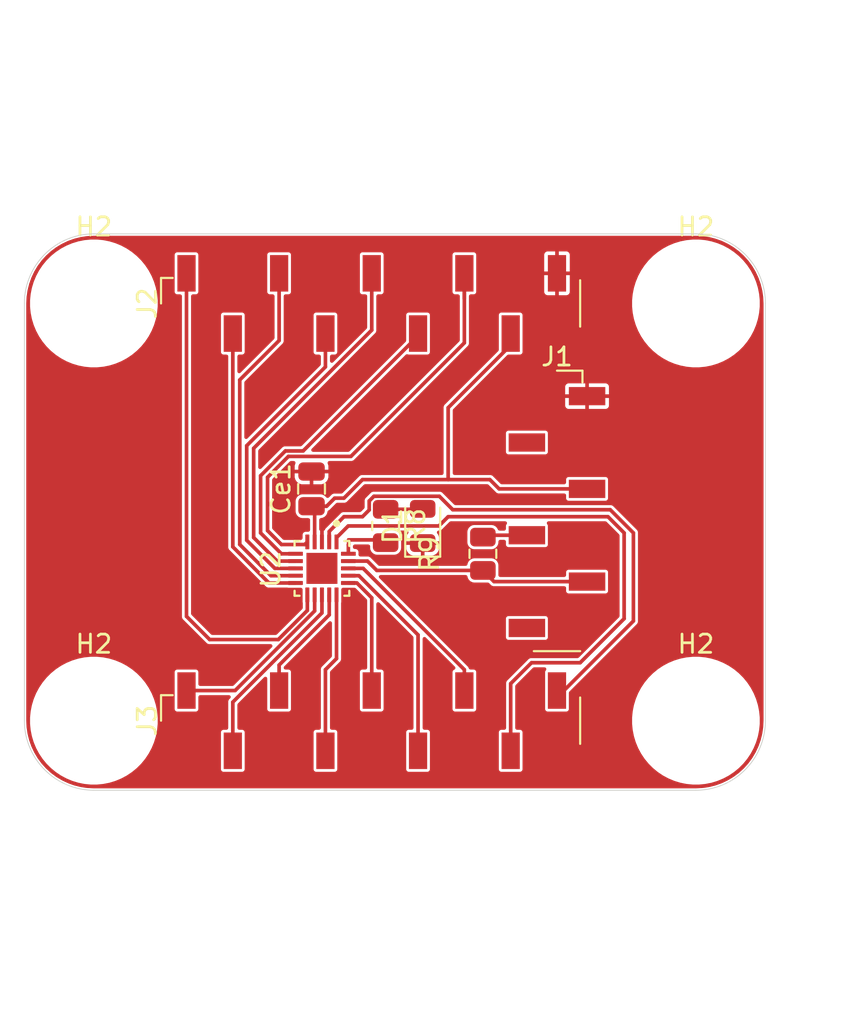
<source format=kicad_pcb>
(kicad_pcb (version 20241229) (generator "pcbnew") (generator_version "9.0")
  (layers (0 "F.Cu" signal) (2 "B.Cu" signal) (13 "F.Paste" user) (15 "B.Paste" user) (5 "F.SilkS" user "F.Silkscreen") (7 "B.SilkS" user "B.Silkscreen") (1 "F.Mask" user) (3 "B.Mask" user) (25 "Edge.Cuts" user))
  (net 0 "")
  (net 1 "Net-(D1-A)")
  (net 3 "PWR_GND")
  (net 4 "/CTS")
  (net 5 "PWR_5V")
  (net 6 "Net-(U2-PA1)")
  (net 7 "/RTS")
  (net 8 "/TX")
  (net 9 "/RX")
  (net 10 "/PA3")
  (net 11 "/PA2")
  (net 12 "/PC2")
  (net 13 "/PC1")
  (net 14 "/PC3")
  (net 15 "/PC0")
  (net 16 "/PB2")
  (net 17 "/PA5")
  (net 18 "/PB1")
  (net 19 "/PA6")
  (net 20 "/PB3")
  (net 21 "/PA4")
  (net 22 "/PB5")
  (net 23 "/PA7")
  (net 24 "/PB4")
  (net 25 "/PB0")
  (footprint "footprints:MountingHole_3.2mm_M3" (layer "F.Cu") (at 142.24 101.6)
    (property "Reference" "H2" (at 0 -4.2 0) (layer "F.SilkS"))
    (property "Value" "MountingHole")
    (pad "" np_thru_hole circle (at 0 0) (size 3.2 3.2) (drill 3.2) (layers "*.Cu" "*.Mask") (clearance 1.9))
  )
  (footprint "footprints:MountingHole_3.2mm_M3" (layer "F.Cu") (at 109.22 78.74)
    (property "Reference" "H2" (at 0 -4.2 0) (layer "F.SilkS"))
    (property "Value" "MountingHole")
    (pad "" np_thru_hole circle (at 0 0) (size 3.2 3.2) (drill 3.2) (layers "*.Cu" "*.Mask") (clearance 1.9))
  )
  (footprint "footprints:MountingHole_3.2mm_M3" (layer "F.Cu") (at 142.24 78.74)
    (property "Reference" "H2" (at 0 -4.2 0) (layer "F.SilkS"))
    (property "Value" "MountingHole")
    (pad "" np_thru_hole circle (at 0 0) (size 3.2 3.2) (drill 3.2) (layers "*.Cu" "*.Mask") (clearance 1.9))
  )
  (footprint "fab:PinSocket_01x06_P2.54mm_Vertical_SMD" (layer "F.Cu") (at 134.62 88.9)
    (property "Reference" "J1" (at 0 -7.239 180) (layer "F.SilkS"))
    (property "Value" "PinHeader_01x06_P2.54mm_Horizontal_SMD")
    (fp_line (start -1.27 8.89) (end 1.27 8.89) (stroke (width 0.12)) (layer "F.SilkS"))
    (fp_line (start 1.397 -6.477) (end 0 -6.477) (stroke (width 0.12)) (layer "F.SilkS"))
    (fp_line (start 1.397 -5.842) (end 1.397 -6.477) (stroke (width 0.12)) (layer "F.SilkS"))
    (pad "1" smd rect (at 1.65 -5.08) (size 2 1) (layers "F.Cu" "F.Mask" "F.Paste") (net 3 "PWR_GND"))
    (pad "2" smd rect (at -1.65 -2.54) (size 2 1) (layers "F.Cu" "F.Mask" "F.Paste") (net 4 "/CTS"))
    (pad "3" smd rect (at 1.65 0) (size 2 1) (layers "F.Cu" "F.Mask" "F.Paste") (net 5 "PWR_5V"))
    (pad "4" smd rect (at -1.65 2.54) (size 2 1) (layers "F.Cu" "F.Mask" "F.Paste") (net 8 "/TX"))
    (pad "5" smd rect (at 1.65 5.08) (size 2 1) (layers "F.Cu" "F.Mask" "F.Paste") (net 9 "/RX"))
    (pad "6" smd rect (at -1.65 7.62) (size 2 1) (layers "F.Cu" "F.Mask" "F.Paste") (net 7 "/RTS"))
  )
  (footprint "Capacitor_SMD:C_0805_2012Metric" (layer "F.Cu") (at 121.158 88.9 90)
    (property "Reference" "Ce1" (at 0 -1.68 90) (layer "F.SilkS"))
    (property "Value" "C_1206")
    (fp_line (start -0.261252 -0.735) (end 0.261252 -0.735) (stroke (width 0.12)) (layer "F.SilkS"))
    (fp_line (start -0.261252 0.735) (end 0.261252 0.735) (stroke (width 0.12)) (layer "F.SilkS"))
    (pad "1" smd roundrect (at -0.95 0 90) (size 1 1.45) (layers "F.Cu" "F.Mask" "F.Paste") (net 5 "PWR_5V"))
    (pad "2" smd roundrect (at 0.95 0 90) (size 1 1.45) (layers "F.Cu" "F.Mask" "F.Paste") (net 3 "PWR_GND"))
  )
  (footprint "Diode_SMD:D_0805_2012Metric" (layer "F.Cu") (at 127.254 90.932 90)
    (property "Reference" "D1" (at 0 -1.65 90) (layer "F.SilkS"))
    (property "Value" "LED_1206")
    (fp_line (start 1 -0.96) (end -1.685 -0.96) (stroke (width 0.12)) (layer "F.SilkS"))
    (fp_line (start -1.685 -0.96) (end -1.685 0.96) (stroke (width 0.12)) (layer "F.SilkS"))
    (fp_line (start -1.685 0.96) (end 1 0.96) (stroke (width 0.12)) (layer "F.SilkS"))
    (pad "1" smd roundrect (at -0.9375 0 90) (size 0.975 1.4) (layers "F.Cu" "F.Mask" "F.Paste") (net 3 "PWR_GND"))
    (pad "2" smd roundrect (at 0.9375 0 90) (size 0.975 1.4) (layers "F.Cu" "F.Mask" "F.Paste") (net 1 "Net-(D1-A)"))
  )
  (footprint "footprints:QFN40P300X300X90-21N" (layer "F.Cu") (at 121.728 93.256 -90)
    (property "Reference" "U2" (at 0.05 2.8 90) (layer "F.SilkS"))
    (property "Value" "ATTINY1626-MU")
    (fp_line (start -1.5 1.5) (end -1.23 1.5) (stroke (width 0.127)) (layer "F.SilkS"))
    (fp_line (start -1.5 1.5) (end -1.5 1.23) (stroke (width 0.127)) (layer "F.SilkS"))
    (fp_line (start 1.5 1.5) (end 1.23 1.5) (stroke (width 0.127)) (layer "F.SilkS"))
    (fp_line (start 1.5 1.5) (end 1.5 1.23) (stroke (width 0.127)) (layer "F.SilkS"))
    (fp_line (start -1.5 -1.5) (end -1.5 -1.23) (stroke (width 0.127)) (layer "F.SilkS"))
    (fp_line (start -1.5 -1.5) (end -1.23 -1.5) (stroke (width 0.127)) (layer "F.SilkS"))
    (fp_line (start 1.5 -1.5) (end 1.5 -1.23) (stroke (width 0.127)) (layer "F.SilkS"))
    (fp_line (start 1.5 -1.5) (end 1.23 -1.5) (stroke (width 0.127)) (layer "F.SilkS"))
    (fp_circle (center -2.46 -0.8) (end -2.36 -0.8) (stroke (width 0.2)) (fill no) (layer "F.SilkS"))
    (pad "1" smd roundrect (at -1.45 -0.8 270) (size 0.81 0.22) (layers "F.Cu" "F.Mask" "F.Paste") (roundrect_rratio 0.125) (net 11 "/PA2"))
    (pad "2" smd roundrect (at -1.45 -0.4 270) (size 0.81 0.22) (layers "F.Cu" "F.Mask" "F.Paste") (roundrect_rratio 0.125) (net 10 "/PA3"))
    (pad "3" smd roundrect (at -1.45 0 270) (size 0.81 0.22) (layers "F.Cu" "F.Mask" "F.Paste") (roundrect_rratio 0.125) (net 3 "PWR_GND"))
    (pad "4" smd roundrect (at -1.45 0.4 270) (size 0.81 0.22) (layers "F.Cu" "F.Mask" "F.Paste") (roundrect_rratio 0.125) (net 5 "PWR_5V"))
    (pad "5" smd roundrect (at -1.45 0.8 270) (size 0.81 0.22) (layers "F.Cu" "F.Mask" "F.Paste") (roundrect_rratio 0.125) (net 21 "/PA4"))
    (pad "6" smd roundrect (at -0.8 1.45 270) (size 0.22 0.81) (layers "F.Cu" "F.Mask" "F.Paste") (roundrect_rratio 0.125) (net 17 "/PA5"))
    (pad "7" smd roundrect (at -0.4 1.45 270) (size 0.22 0.81) (layers "F.Cu" "F.Mask" "F.Paste") (roundrect_rratio 0.125) (net 19 "/PA6"))
    (pad "8" smd roundrect (at 0 1.45 270) (size 0.22 0.81) (layers "F.Cu" "F.Mask" "F.Paste") (roundrect_rratio 0.125) (net 23 "/PA7"))
    (pad "9" smd roundrect (at 0.4 1.45 270) (size 0.22 0.81) (layers "F.Cu" "F.Mask" "F.Paste") (roundrect_rratio 0.125) (net 22 "/PB5"))
    (pad "10" smd roundrect (at 0.8 1.45 270) (size 0.22 0.81) (layers "F.Cu" "F.Mask" "F.Paste") (roundrect_rratio 0.125) (net 24 "/PB4"))
    (pad "11" smd roundrect (at 1.45 0.8 270) (size 0.81 0.22) (layers "F.Cu" "F.Mask" "F.Paste") (roundrect_rratio 0.125) (net 20 "/PB3"))
    (pad "12" smd roundrect (at 1.45 0.4 270) (size 0.81 0.22) (layers "F.Cu" "F.Mask" "F.Paste") (roundrect_rratio 0.125) (net 16 "/PB2"))
    (pad "13" smd roundrect (at 1.45 0 270) (size 0.81 0.22) (layers "F.Cu" "F.Mask" "F.Paste") (roundrect_rratio 0.125) (net 18 "/PB1"))
    (pad "14" smd roundrect (at 1.45 -0.4 270) (size 0.81 0.22) (layers "F.Cu" "F.Mask" "F.Paste") (roundrect_rratio 0.125) (net 25 "/PB0"))
    (pad "15" smd roundrect (at 1.45 -0.8 270) (size 0.81 0.22) (layers "F.Cu" "F.Mask" "F.Paste") (roundrect_rratio 0.125) (net 15 "/PC0"))
    (pad "16" smd roundrect (at 0.8 -1.45 270) (size 0.22 0.81) (layers "F.Cu" "F.Mask" "F.Paste") (roundrect_rratio 0.125) (net 13 "/PC1"))
    (pad "17" smd roundrect (at 0.4 -1.45 270) (size 0.22 0.81) (layers "F.Cu" "F.Mask" "F.Paste") (roundrect_rratio 0.125) (net 12 "/PC2"))
    (pad "18" smd roundrect (at 0 -1.45 270) (size 0.22 0.81) (layers "F.Cu" "F.Mask" "F.Paste") (roundrect_rratio 0.125) (net 14 "/PC3"))
    (pad "19" smd roundrect (at -0.4 -1.45 270) (size 0.22 0.81) (layers "F.Cu" "F.Mask" "F.Paste") (roundrect_rratio 0.125) (net 9 "/RX"))
    (pad "20" smd roundrect (at -0.8 -1.45 270) (size 0.22 0.81) (layers "F.Cu" "F.Mask" "F.Paste") (roundrect_rratio 0.125) (net 6 "Net-(U2-PA1)"))
    (pad "21" smd rect (at 0 0 270) (size 1.7 1.7) (layers "F.Cu" "F.Mask"))
  )
  (footprint "Resistor_SMD:R_0805_2012Metric" (layer "F.Cu") (at 130.556 92.456 90)
    (property "Reference" "R9" (at 0 -2.932 90) (layer "F.SilkS"))
    (property "Value" "4.7k")
    (fp_line (start -0.227064 -0.735) (end 0.227064 -0.735) (stroke (width 0.12)) (layer "F.SilkS"))
    (fp_line (start -0.227064 0.735) (end 0.227064 0.735) (stroke (width 0.12)) (layer "F.SilkS"))
    (pad "1" smd roundrect (at -0.9125 0 90) (size 1.025 1.4) (layers "F.Cu" "F.Mask" "F.Paste") (roundrect_rratio 0.243902) (net 9 "/RX"))
    (pad "2" smd roundrect (at 0.9125 0 90) (size 1.025 1.4) (layers "F.Cu" "F.Mask" "F.Paste") (roundrect_rratio 0.243902) (net 8 "/TX"))
  )
  (footprint "fab:PinSocket_01x09_P2.54mm_Vertical_SMD" (layer "F.Cu") (at 119.38 101.6 90)
    (property "Reference" "J3" (at 0 -7.239 90) (layer "F.SilkS"))
    (property "Value" "PinHeader_01x09_P2.54mm_Horizontal_SMD")
    (fp_line (start 1.397 -6.477) (end 0 -6.477) (stroke (width 0.12)) (layer "F.SilkS"))
    (fp_line (start 1.397 -5.842) (end 1.397 -6.477) (stroke (width 0.12)) (layer "F.SilkS"))
    (fp_line (start -1.27 16.51) (end 1.27 16.51) (stroke (width 0.12)) (layer "F.SilkS"))
    (pad "1" smd rect (at 1.65 -5.08 90) (size 2 1) (layers "F.Cu" "F.Mask" "F.Paste") (net 16 "/PB2"))
    (pad "2" smd rect (at -1.65 -2.54 90) (size 2 1) (layers "F.Cu" "F.Mask" "F.Paste") (net 18 "/PB1"))
    (pad "3" smd rect (at 1.65 0 90) (size 2 1) (layers "F.Cu" "F.Mask" "F.Paste") (net 25 "/PB0"))
    (pad "4" smd rect (at -1.65 2.54 90) (size 2 1) (layers "F.Cu" "F.Mask" "F.Paste") (net 15 "/PC0"))
    (pad "5" smd rect (at 1.65 5.08 90) (size 2 1) (layers "F.Cu" "F.Mask" "F.Paste") (net 13 "/PC1"))
    (pad "6" smd rect (at -1.65 7.62 90) (size 2 1) (layers "F.Cu" "F.Mask" "F.Paste") (net 12 "/PC2"))
    (pad "7" smd rect (at 1.65 10.16 90) (size 2 1) (layers "F.Cu" "F.Mask" "F.Paste") (net 14 "/PC3"))
    (pad "8" smd rect (at -1.65 12.7 90) (size 2 1) (layers "F.Cu" "F.Mask" "F.Paste") (net 11 "/PA2"))
    (pad "9" smd rect (at 1.65 15.24 90) (size 2 1) (layers "F.Cu" "F.Mask" "F.Paste") (net 10 "/PA3"))
  )
  (footprint "Resistor_SMD:R_0805_2012Metric" (layer "F.Cu") (at 125.222 90.932 -90)
    (property "Reference" "R8" (at 0 -1.65 90) (layer "F.SilkS"))
    (property "Value" "10k")
    (fp_line (start -0.227064 0.735) (end 0.227064 0.735) (stroke (width 0.12)) (layer "F.SilkS"))
    (fp_line (start -0.227064 -0.735) (end 0.227064 -0.735) (stroke (width 0.12)) (layer "F.SilkS"))
    (pad "1" smd roundrect (at -0.9125 0 270) (size 1.025 1.4) (layers "F.Cu" "F.Mask" "F.Paste") (roundrect_rratio 0.243902) (net 1 "Net-(D1-A)"))
    (pad "2" smd roundrect (at 0.9125 0 270) (size 1.025 1.4) (layers "F.Cu" "F.Mask" "F.Paste") (roundrect_rratio 0.243902) (net 6 "Net-(U2-PA1)"))
  )
  (footprint "footprints:MountingHole_3.2mm_M3" (layer "F.Cu") (at 109.22 101.6)
    (property "Reference" "H2" (at 0 -4.2 0) (layer "F.SilkS"))
    (property "Value" "MountingHole")
    (pad "" np_thru_hole circle (at 0 0) (size 3.2 3.2) (drill 3.2) (layers "*.Cu" "*.Mask") (clearance 1.9))
  )
  (footprint "fab:PinSocket_01x09_P2.54mm_Vertical_SMD" (layer "F.Cu") (at 119.38 78.74 90)
    (property "Reference" "J2" (at 0 -7.239 90) (layer "F.SilkS"))
    (property "Value" "PinHeader_01x09_P2.54mm_Horizontal_SMD")
    (fp_line (start 1.397 -6.477) (end 0 -6.477) (stroke (width 0.12)) (layer "F.SilkS"))
    (fp_line (start 1.397 -5.842) (end 1.397 -6.477) (stroke (width 0.12)) (layer "F.SilkS"))
    (fp_line (start -1.27 16.51) (end 1.27 16.51) (stroke (width 0.12)) (layer "F.SilkS"))
    (pad "1" smd rect (at 1.65 -5.08 90) (size 2 1) (layers "F.Cu" "F.Mask" "F.Paste") (net 20 "/PB3"))
    (pad "2" smd rect (at -1.65 -2.54 90) (size 2 1) (layers "F.Cu" "F.Mask" "F.Paste") (net 24 "/PB4"))
    (pad "3" smd rect (at 1.65 0 90) (size 2 1) (layers "F.Cu" "F.Mask" "F.Paste") (net 22 "/PB5"))
    (pad "4" smd rect (at -1.65 2.54 90) (size 2 1) (layers "F.Cu" "F.Mask" "F.Paste") (net 23 "/PA7"))
    (pad "5" smd rect (at 1.65 5.08 90) (size 2 1) (layers "F.Cu" "F.Mask" "F.Paste") (net 19 "/PA6"))
    (pad "6" smd rect (at -1.65 7.62 90) (size 2 1) (layers "F.Cu" "F.Mask" "F.Paste") (net 17 "/PA5"))
    (pad "7" smd rect (at 1.65 10.16 90) (size 2 1) (layers "F.Cu" "F.Mask" "F.Paste") (net 21 "/PA4"))
    (pad "8" smd rect (at -1.65 12.7 90) (size 2 1) (layers "F.Cu" "F.Mask" "F.Paste") (net 5 "PWR_5V"))
    (pad "9" smd rect (at 1.65 15.24 90) (size 2 1) (layers "F.Cu" "F.Mask" "F.Paste") (net 3 "PWR_GND"))
  )
  (gr_arc (start 146.05 101.6) (mid 144.934077 104.294077) (end 142.24 105.41) (stroke (width 0.05)) (layer "Edge.Cuts"))
  (gr_arc (start 109.22 105.41) (mid 106.525923 104.294077) (end 105.41 101.6) (stroke (width 0.05)) (layer "Edge.Cuts"))
  (gr_line (start 105.41 78.74) (end 105.41 101.6) (stroke (width 0.05)) (layer "Edge.Cuts"))
  (gr_line (start 142.24 105.41) (end 109.22 105.41) (stroke (width 0.05)) (layer "Edge.Cuts"))
  (gr_arc (start 142.24 74.93) (mid 144.934077 76.045923) (end 146.05 78.74) (stroke (width 0.05)) (layer "Edge.Cuts"))
  (gr_arc (start 105.41 78.74) (mid 106.525923 76.045923) (end 109.22 74.93) (stroke (width 0.05)) (layer "Edge.Cuts"))
  (gr_line (start 146.05 101.6) (end 146.05 78.74) (stroke (width 0.05)) (layer "Edge.Cuts"))
  (gr_line (start 109.22 74.93) (end 142.24 74.93) (stroke (width 0.05)) (layer "Edge.Cuts"))
  (segment (start 125.222 90.0195) (end 127.229 90.0195) (width 0.2) (layer "F.Cu") (net 1))
  (segment (start 127.229 90.0195) (end 127.254 89.9945) (width 0.2) (layer "F.Cu") (net 1))
  (segment (start 121.158 89.85) (end 121.328 90.02) (width 0.2) (layer "F.Cu") (net 5))
  (segment (start 128.651 88.392) (end 123.952 88.392) (width 0.2) (layer "F.Cu") (net 5))
  (segment (start 123.952 88.392) (end 122.936 89.408) (width 0.2) (layer "F.Cu") (net 5))
  (segment (start 132.08 79.5) (end 132.08 81.026) (width 0.2) (layer "F.Cu") (net 5))
  (segment (start 122.428 89.408) (end 121.986 89.85) (width 0.2) (layer "F.Cu") (net 5))
  (segment (start 128.651 88.392) (end 130.937 88.392) (width 0.2) (layer "F.Cu") (net 5))
  (segment (start 122.936 89.408) (end 122.428 89.408) (width 0.2) (layer "F.Cu") (net 5))
  (segment (start 128.651 84.455) (end 128.651 88.392) (width 0.2) (layer "F.Cu") (net 5))
  (segment (start 132.08 81.026) (end 128.651 84.455) (width 0.2) (layer "F.Cu") (net 5))
  (segment (start 121.986 89.85) (end 121.158 89.85) (width 0.2) (layer "F.Cu") (net 5))
  (segment (start 121.328 90.02) (end 121.328 91.806) (width 0.2) (layer "F.Cu") (net 5))
  (segment (start 130.937 88.392) (end 131.445 88.9) (width 0.2) (layer "F.Cu") (net 5))
  (segment (start 131.445 88.9) (end 136.27 88.9) (width 0.2) (layer "F.Cu") (net 5))
  (segment (start 123.19 91.948) (end 123.19 91.694) (width 0.2) (layer "F.Cu") (net 6))
  (segment (start 123.19 91.694) (end 125.0715 91.694) (width 0.2) (layer "F.Cu") (net 6))
  (segment (start 123.178 92.456) (end 123.178 91.96) (width 0.2) (layer "F.Cu") (net 6))
  (segment (start 123.178 91.96) (end 123.19 91.948) (width 0.2) (layer "F.Cu") (net 6))
  (segment (start 125.0715 91.694) (end 125.222 91.8445) (width 0.2) (layer "F.Cu") (net 6))
  (segment (start 132.97 91.44) (end 130.6595 91.44) (width 0.2) (layer "F.Cu") (net 8))
  (segment (start 130.6595 91.44) (end 130.556 91.5435) (width 0.2) (layer "F.Cu") (net 8))
  (segment (start 130.556 93.3685) (end 124.7375 93.3685) (width 0.2) (layer "F.Cu") (net 9))
  (segment (start 136.27 93.98) (end 131.1675 93.98) (width 0.2) (layer "F.Cu") (net 9))
  (segment (start 124.7375 93.3685) (end 124.225 92.856) (width 0.2) (layer "F.Cu") (net 9))
  (segment (start 124.225 92.856) (end 123.178 92.856) (width 0.2) (layer "F.Cu") (net 9))
  (segment (start 131.1675 93.98) (end 130.556 93.3685) (width 0.2) (layer "F.Cu") (net 9))
  (segment (start 124.321 89.563262) (end 124.578262 89.306) (width 0.2) (layer "F.Cu") (net 10))
  (segment (start 122.128 91.806) (end 122.128 91.232) (width 0.2) (layer "F.Cu") (net 10))
  (segment (start 138.811 96.139) (end 134.62 100.33) (width 0.2) (layer "F.Cu") (net 10))
  (segment (start 122.128 91.232) (end 122.936 90.424) (width 0.2) (layer "F.Cu") (net 10))
  (segment (start 128.168 89.306) (end 128.905 90.043) (width 0.2) (layer "F.Cu") (net 10))
  (segment (start 124.578262 89.306) (end 128.168 89.306) (width 0.2) (layer "F.Cu") (net 10))
  (segment (start 124.321 90.055) (end 124.321 89.563262) (width 0.2) (layer "F.Cu") (net 10))
  (segment (start 138.811 91.313) (end 138.811 96.139) (width 0.2) (layer "F.Cu") (net 10))
  (segment (start 122.936 90.424) (end 123.952 90.424) (width 0.2) (layer "F.Cu") (net 10))
  (segment (start 123.952 90.424) (end 124.321 90.055) (width 0.2) (layer "F.Cu") (net 10))
  (segment (start 128.905 90.043) (end 137.541 90.043) (width 0.2) (layer "F.Cu") (net 10))
  (segment (start 137.541 90.043) (end 138.811 91.313) (width 0.2) (layer "F.Cu") (net 10))
  (segment (start 128.651 90.424) (end 137.414 90.424) (width 0.2) (layer "F.Cu") (net 11))
  (segment (start 122.528 91.573) (end 123.169 90.932) (width 0.2) (layer "F.Cu") (net 11))
  (segment (start 138.303 96.012) (end 135.89 98.425) (width 0.2) (layer "F.Cu") (net 11))
  (segment (start 123.169 90.932) (end 128.143 90.932) (width 0.2) (layer "F.Cu") (net 11))
  (segment (start 135.89 98.425) (end 133.223 98.425) (width 0.2) (layer "F.Cu") (net 11))
  (segment (start 138.303 91.313) (end 138.303 96.012) (width 0.2) (layer "F.Cu") (net 11))
  (segment (start 132.08 99.568) (end 132.08 103.63) (width 0.2) (layer "F.Cu") (net 11))
  (segment (start 133.223 98.425) (end 132.08 99.568) (width 0.2) (layer "F.Cu") (net 11))
  (segment (start 137.414 90.424) (end 138.303 91.313) (width 0.2) (layer "F.Cu") (net 11))
  (segment (start 128.143 90.932) (end 128.651 90.424) (width 0.2) (layer "F.Cu") (net 11))
  (segment (start 122.528 91.806) (end 122.528 91.573) (width 0.2) (layer "F.Cu") (net 11))
  (segment (start 127 96.901) (end 123.755 93.656) (width 0.2) (layer "F.Cu") (net 12))
  (segment (start 123.755 93.656) (end 123.178 93.656) (width 0.2) (layer "F.Cu") (net 12))
  (segment (start 127 103.25) (end 127 96.901) (width 0.2) (layer "F.Cu") (net 12))
  (segment (start 123.178 94.056) (end 123.647 94.056) (width 0.2) (layer "F.Cu") (net 13))
  (segment (start 123.647 94.056) (end 124.46 94.869) (width 0.2) (layer "F.Cu") (net 13))
  (segment (start 124.46 94.869) (end 124.46 99.95) (width 0.2) (layer "F.Cu") (net 13))
  (segment (start 123.99 93.256) (end 123.178 93.256) (width 0.2) (layer "F.Cu") (net 14))
  (segment (start 129.54 98.806) (end 123.99 93.256) (width 0.2) (layer "F.Cu") (net 14))
  (segment (start 129.54 100.33) (end 129.54 98.806) (width 0.2) (layer "F.Cu") (net 14))
  (segment (start 122.528 98.198) (end 121.92 98.806) (width 0.2) (layer "F.Cu") (net 15))
  (segment (start 121.92 98.806) (end 121.92 103.25) (width 0.2) (layer "F.Cu") (net 15))
  (segment (start 122.528 94.706) (end 122.528 98.198) (width 0.2) (layer "F.Cu") (net 15))
  (segment (start 121.328 95.588) (end 116.966 99.95) (width 0.2) (layer "F.Cu") (net 16))
  (segment (start 121.328 94.706) (end 121.328 95.588) (width 0.2) (layer "F.Cu") (net 16))
  (segment (start 116.966 99.95) (end 114.3 99.95) (width 0.2) (layer "F.Cu") (net 16))
  (segment (start 120.278 92.456) (end 119.507 92.456) (width 0.2) (layer "F.Cu") (net 17))
  (segment (start 119.722161 86.821) (end 120.697 86.821) (width 0.2) (layer "F.Cu") (net 17))
  (segment (start 118.364 88.179161) (end 119.722161 86.821) (width 0.2) (layer "F.Cu") (net 17))
  (segment (start 119.507 92.456) (end 118.364 91.313) (width 0.2) (layer "F.Cu") (net 17))
  (segment (start 127 80.518) (end 120.697 86.821) (width 0.2) (layer "F.Cu") (net 17))
  (segment (start 127 80.39) (end 127 80.518) (width 0.2) (layer "F.Cu") (net 17))
  (segment (start 118.364 91.313) (end 118.364 88.179161) (width 0.2) (layer "F.Cu") (net 17))
  (segment (start 121.728 95.696) (end 121.728 94.706) (width 0.2) (layer "F.Cu") (net 18))
  (segment (start 116.84 100.584) (end 121.728 95.696) (width 0.2) (layer "F.Cu") (net 18))
  (segment (start 116.84 103.25) (end 116.84 100.584) (width 0.2) (layer "F.Cu") (net 18))
  (segment (start 120.278 92.856) (end 119.272 92.856) (width 0.2) (layer "F.Cu") (net 19))
  (segment (start 119.272 92.856) (end 117.983 91.567) (width 0.2) (layer "F.Cu") (net 19))
  (segment (start 117.983 86.6775) (end 124.46 80.2005) (width 0.2) (layer "F.Cu") (net 19))
  (segment (start 117.983 91.567) (end 117.983 86.6775) (width 0.2) (layer "F.Cu") (net 19))
  (segment (start 124.46 77.09) (end 124.46 80.2005) (width 0.2) (layer "F.Cu") (net 19))
  (segment (start 115.57 97.155) (end 119.335322 97.155) (width 0.2) (layer "F.Cu") (net 20))
  (segment (start 114.3 95.885) (end 115.57 97.155) (width 0.2) (layer "F.Cu") (net 20))
  (segment (start 114.3 77.09) (end 114.3 95.885) (width 0.2) (layer "F.Cu") (net 20))
  (segment (start 119.335322 97.155) (end 120.928 95.562322) (width 0.2) (layer "F.Cu") (net 20))
  (segment (start 120.928 95.562322) (end 120.928 94.706) (width 0.2) (layer "F.Cu") (net 20))
  (segment (start 123.317 87.122) (end 129.54 80.899) (width 0.2) (layer "F.Cu") (net 21))
  (segment (start 129.54 78.482) (end 129.54 76.2) (width 0.2) (layer "F.Cu") (net 21))
  (segment (start 119.507 91.948) (end 118.745 91.186) (width 0.2) (layer "F.Cu") (net 21))
  (segment (start 118.745 88.265) (end 119.888 87.122) (width 0.2) (layer "F.Cu") (net 21))
  (segment (start 119.888 87.122) (end 123.317 87.122) (width 0.2) (layer "F.Cu") (net 21))
  (segment (start 129.54 80.899) (end 129.54 77.09) (width 0.2) (layer "F.Cu") (net 21))
  (segment (start 118.745 91.186) (end 118.745 88.265) (width 0.2) (layer "F.Cu") (net 21))
  (segment (start 120.928 91.806) (end 120.786 91.948) (width 0.2) (layer "F.Cu") (net 21))
  (segment (start 120.786 91.948) (end 119.507 91.948) (width 0.2) (layer "F.Cu") (net 21))
  (segment (start 117.221 82.931) (end 119.38 80.772) (width 0.2) (layer "F.Cu") (net 22))
  (segment (start 117.221 91.948) (end 117.221 82.931) (width 0.2) (layer "F.Cu") (net 22))
  (segment (start 119.38 80.772) (end 119.38 77.09) (width 0.2) (layer "F.Cu") (net 22))
  (segment (start 118.929 93.656) (end 117.221 91.948) (width 0.2) (layer "F.Cu") (net 22))
  (segment (start 120.278 93.656) (end 118.929 93.656) (width 0.2) (layer "F.Cu") (net 22))
  (segment (start 121.92 82.216) (end 117.602 86.534) (width 0.2) (layer "F.Cu") (net 23))
  (segment (start 117.602 86.534) (end 117.602 91.714581) (width 0.2) (layer "F.Cu") (net 23))
  (segment (start 117.602 91.714581) (end 119.143419 93.256) (width 0.2) (layer "F.Cu") (net 23))
  (segment (start 119.143419 93.256) (end 120.278 93.256) (width 0.2) (layer "F.Cu") (net 23))
  (segment (start 121.92 80.39) (end 121.92 82.216) (width 0.2) (layer "F.Cu") (net 23))
  (segment (start 118.821 94.056) (end 120.278 94.056) (width 0.2) (layer "F.Cu") (net 24))
  (segment (start 116.84 92.075) (end 118.821 94.056) (width 0.2) (layer "F.Cu") (net 24))
  (segment (start 116.84 80.39) (end 116.84 92.075) (width 0.2) (layer "F.Cu") (net 24))
  (segment (start 122.128 95.804) (end 119.38 98.552) (width 0.2) (layer "F.Cu") (net 25))
  (segment (start 122.128 94.706) (end 122.128 95.804) (width 0.2) (layer "F.Cu") (net 25))
  (segment (start 119.38 98.552) (end 119.38 99.95) (width 0.2) (layer "F.Cu") (net 25))
  (zone (net 3) (net_name "PWR_GND") (layer "F.Cu") (connect_pads (clearance 0.15)) (min_thickness 0.2) (fill yes (thermal_gap 0.2) (thermal_bridge_width 0.2))
    (polygon (pts (xy 104.46 73.66) (xy 147.32 73.66) (xy 147.32 106.36) (xy 104.46 106.36)))
  )
)
</source>
